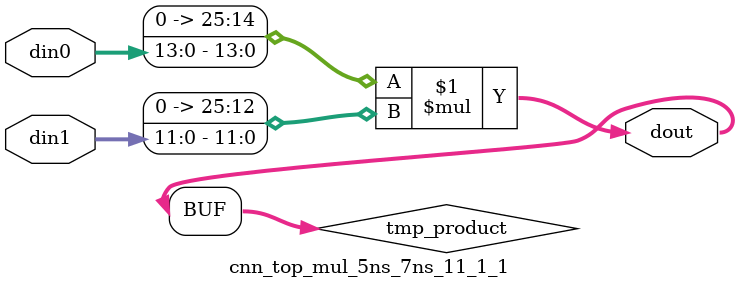
<source format=v>

`timescale 1 ns / 1 ps

 module cnn_top_mul_5ns_7ns_11_1_1(din0, din1, dout);
parameter ID = 1;
parameter NUM_STAGE = 0;
parameter din0_WIDTH = 14;
parameter din1_WIDTH = 12;
parameter dout_WIDTH = 26;

input [din0_WIDTH - 1 : 0] din0; 
input [din1_WIDTH - 1 : 0] din1; 
output [dout_WIDTH - 1 : 0] dout;

wire signed [dout_WIDTH - 1 : 0] tmp_product;
























assign tmp_product = $signed({1'b0, din0}) * $signed({1'b0, din1});











assign dout = tmp_product;





















endmodule

</source>
